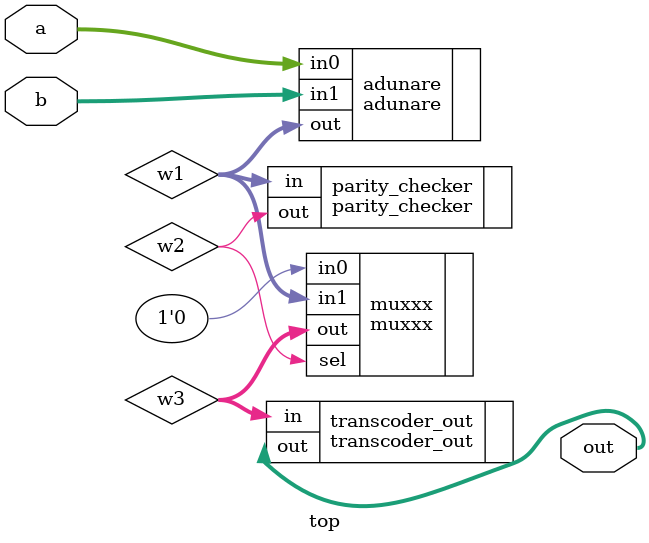
<source format=v>
module top(
	input [1:0]a, b,
	output [6:0]out
);

wire [2:0]w1;
wire [2:0] w3;
wire w2; 

adunare adunare(
	.in0(a),
	.in1(b),
	.out(w1)
);

parity_checker parity_checker(

	.in(w1),
	.out(w2)
);

muxxx muxxx(

	.in0(1'b0),
	.in1(w1),
	.sel(w2),
	.out(w3)
);

transcoder_out transcoder_out(
	
	.in(w3),
	.out(out)
);

endmodule 
</source>
